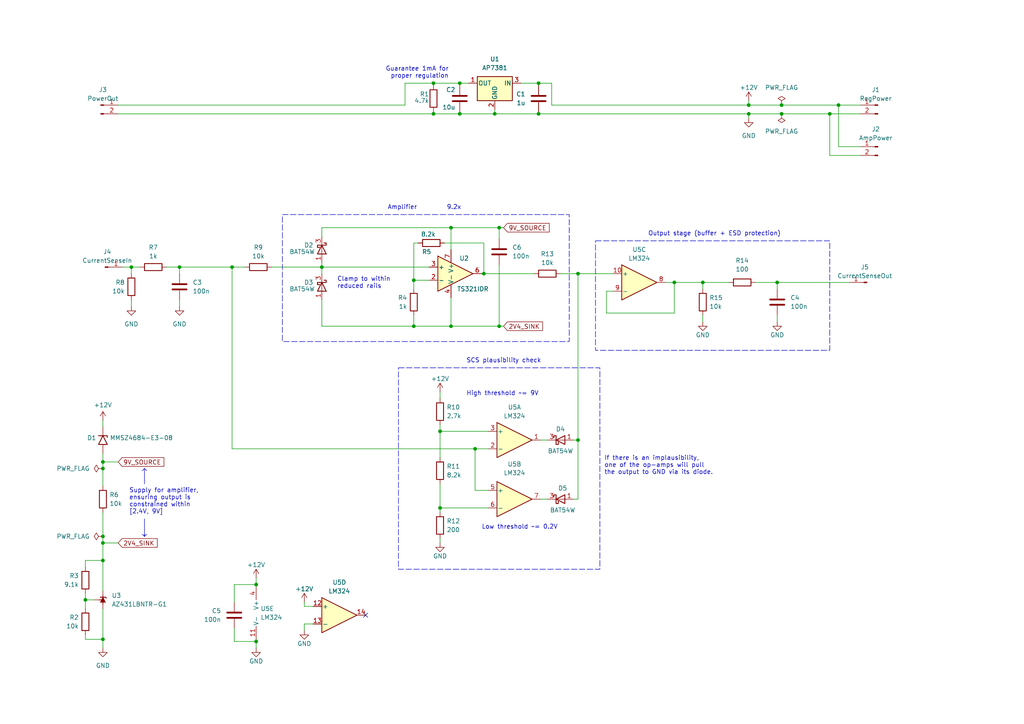
<source format=kicad_sch>
(kicad_sch (version 20230121) (generator eeschema)
  (paper "A4")
  (title_block (title "Current Sensor Amplifier") (date "2024-04-16") (rev "v1.1.0") (company "SUFST - Southampton University Formula Student Team") (comment 1 "STAG X") (comment 2 "Joe Pater"))
  (lib_symbols
    (symbol "Amplifier_Operational:LM324" (pin_names (offset 0.127))
      (property "Reference" "U" (at 0 5.08 0))
      (property "Value" "LM324" (at 0 -5.08 0))
      (symbol "LM324_1_1"
        (polyline (pts (xy -5.08 5.08) (xy 5.08 0) (xy -5.08 -5.08) (xy -5.08 5.08)) (stroke (width 0.254)) (fill (type background)))
        (pin output line (at 7.62 0 180) (length 2.54) (name "~") (number "1"))
        (pin input line (at -7.62 -2.54 0) (length 2.54) (name "-") (number "2"))
        (pin input line (at -7.62 2.54 0) (length 2.54) (name "+") (number "3"))
      )
      (symbol "LM324_2_1"
        (polyline (pts (xy -5.08 5.08) (xy 5.08 0) (xy -5.08 -5.08) (xy -5.08 5.08)) (stroke (width 0.254)) (fill (type background)))
        (pin input line (at -7.62 2.54 0) (length 2.54) (name "+") (number "5"))
        (pin input line (at -7.62 -2.54 0) (length 2.54) (name "-") (number "6"))
        (pin output line (at 7.62 0 180) (length 2.54) (name "~") (number "7"))
      )
      (symbol "LM324_3_1"
        (polyline (pts (xy -5.08 5.08) (xy 5.08 0) (xy -5.08 -5.08) (xy -5.08 5.08)) (stroke (width 0.254)) (fill (type background)))
        (pin input line (at -7.62 2.54 0) (length 2.54) (name "+") (number "10"))
        (pin output line (at 7.62 0 180) (length 2.54) (name "~") (number "8"))
        (pin input line (at -7.62 -2.54 0) (length 2.54) (name "-") (number "9"))
      )
      (symbol "LM324_4_1"
        (polyline (pts (xy -5.08 5.08) (xy 5.08 0) (xy -5.08 -5.08) (xy -5.08 5.08)) (stroke (width 0.254)) (fill (type background)))
        (pin input line (at -7.62 2.54 0) (length 2.54) (name "+") (number "12"))
        (pin input line (at -7.62 -2.54 0) (length 2.54) (name "-") (number "13"))
        (pin output line (at 7.62 0 180) (length 2.54) (name "~") (number "14"))
      )
      (symbol "LM324_5_1"
        (pin power_in line (at -2.54 -7.62 90) (length 3.81) (name "V-") (number "11"))
        (pin power_in line (at -2.54 7.62 270) (length 3.81) (name "V+") (number "4"))
      )
    )
    (symbol "Connector:Conn_01x01_Pin" (pin_names (offset 1.016) hide)
      (property "Reference" "J" (at 0 2.54 0))
      (property "Value" "Conn_01x01_Pin" (at 0 -2.54 0))
      (symbol "Conn_01x01_Pin_1_1"
        (polyline (pts (xy 1.27 0) (xy 0.8636 0)) (stroke (width 0.1524)))
        (rectangle (start 0.8636 0.127) (end 0 -0.127) (stroke (width 0.1524)) (fill (type outline)))
        (pin passive line (at 5.08 0 180) (length 3.81) (name "Pin_1") (number "1"))
      )
    )
    (symbol "Connector:Conn_01x02_Pin" (pin_names (offset 1.016) hide)
      (property "Reference" "J" (at 0 2.54 0))
      (property "Value" "Conn_01x02_Pin" (at 0 -5.08 0))
      (symbol "Conn_01x02_Pin_1_1"
        (polyline (pts (xy 1.27 -2.54) (xy 0.8636 -2.54)) (stroke (width 0.1524)))
        (polyline (pts (xy 1.27 0) (xy 0.8636 0)) (stroke (width 0.1524)))
        (rectangle (start 0.8636 -2.413) (end 0 -2.667) (stroke (width 0.1524)) (fill (type outline)))
        (rectangle (start 0.8636 0.127) (end 0 -0.127) (stroke (width 0.1524)) (fill (type outline)))
        (pin passive line (at 5.08 0 180) (length 3.81) (name "Pin_1") (number "1"))
        (pin passive line (at 5.08 -2.54 180) (length 3.81) (name "Pin_2") (number "2"))
      )
    )
    (symbol "Device:C" (pin_numbers hide) (pin_names (offset 0.254))
      (property "Reference" "C" (at 0.635 2.54 0))
      (property "Value" "C" (at 0.635 -2.54 0))
      (symbol "C_0_1"
        (polyline (pts (xy -2.032 -0.762) (xy 2.032 -0.762)) (stroke (width 0.508)))
        (polyline (pts (xy -2.032 0.762) (xy 2.032 0.762)) (stroke (width 0.508)))
      )
      (symbol "C_1_1"
        (pin passive line (at 0 3.81 270) (length 2.794) (name "~") (number "1"))
        (pin passive line (at 0 -3.81 90) (length 2.794) (name "~") (number "2"))
      )
    )
    (symbol "Device:R" (pin_numbers hide) (pin_names (offset 0))
      (property "Reference" "R" (at 2.032 0 90))
      (property "Value" "R" (at 0 0 90))
      (symbol "R_0_1"
        (rectangle (start -1.016 -2.54) (end 1.016 2.54) (stroke (width 0.254)))
      )
      (symbol "R_1_1"
        (pin passive line (at 0 3.81 270) (length 1.27) (name "~") (number "1"))
        (pin passive line (at 0 -3.81 90) (length 1.27) (name "~") (number "2"))
      )
    )
    (symbol "Diode:1N630xA" (pin_numbers hide) (pin_names (offset 1.016) hide)
      (property "Reference" "D" (at 0 2.54 0))
      (property "Value" "1N630xA" (at 0 -2.54 0))
      (symbol "1N630xA_0_1"
        (polyline (pts (xy -0.762 1.27) (xy -1.27 1.27) (xy -1.27 -1.27)) (stroke (width 0.254)))
        (polyline (pts (xy 1.27 1.27) (xy 1.27 -1.27) (xy -1.27 0) (xy 1.27 1.27)) (stroke (width 0.254)))
      )
      (symbol "1N630xA_1_1"
        (pin passive line (at -3.81 0 0) (length 2.54) (name "A1") (number "1"))
        (pin passive line (at 3.81 0 180) (length 2.54) (name "A2") (number "2"))
      )
    )
    (symbol "Diode:BAT54W" (pin_names (offset 1.016) hide)
      (property "Reference" "D" (at 0 2.54 0))
      (property "Value" "BAT54W" (at 0 -2.54 0))
      (symbol "BAT54W_0_1"
        (polyline (pts (xy 1.27 0) (xy -1.27 0)))
        (polyline (pts (xy 1.27 1.27) (xy 1.27 -1.27) (xy -1.27 0) (xy 1.27 1.27)) (stroke (width 0.254)))
        (polyline (pts (xy -1.905 0.635) (xy -1.905 1.27) (xy -1.27 1.27) (xy -1.27 -1.27) (xy -0.635 -1.27) (xy -0.635 -0.635)) (stroke (width 0.254)))
      )
      (symbol "BAT54W_1_1"
        (pin passive line (at 3.81 0 180) (length 2.54) (name "A") (number "1"))
        (pin no_connect line (at 0 0 90) (length 2.54) hide (name "NC") (number "2"))
        (pin passive line (at -3.81 0 0) (length 2.54) (name "K") (number "3"))
      )
    )
    (symbol "Regulator_Linear:L78L05_SOT89" (pin_names (offset 0.254))
      (property "Reference" "U" (at -3.81 3.175 0))
      (property "Value" "L78L05_SOT89" (at -0.635 3.175 0))
      (symbol "L78L05_SOT89_0_1"
        (rectangle (start -5.08 1.905) (end 5.08 -5.08) (stroke (width 0.254)) (fill (type background)))
      )
      (symbol "L78L05_SOT89_1_1"
        (pin power_out line (at 7.62 0 180) (length 2.54) (name "OUT") (number "1"))
        (pin power_in line (at 0 -7.62 90) (length 2.54) (name "GND") (number "2"))
        (pin power_in line (at -7.62 0 0) (length 2.54) (name "IN") (number "3"))
      )
    )
    (symbol "SUFST:AZ431LBNTR-G1" (pin_numbers hide) (pin_names hide)
      (property "Reference" "U" (at 0 -2.54 0))
      (property "Value" "AZ431LBNTR-G1" (at 0 -4.445 0))
      (symbol "AZ431LBNTR-G1_0_1"
        (polyline (pts (xy -1.27 0) (xy 0 0) (xy 1.27 0)))
        (polyline (pts (xy -0.762 0.762) (xy 0.762 0) (xy -0.762 -0.762)) (fill (type outline)))
        (polyline (pts (xy 0.508 -1.016) (xy 0.762 -0.762) (xy 0.762 0.762) (xy 0.762 0.762)) (stroke (width 0.254)))
      )
      (symbol "AZ431LBNTR-G1_1_1"
        (polyline (pts (xy 0 1.27) (xy 0 0)))
        (pin passive line (at 0 2.54 270) (length 2.54) (name "REF") (number "1"))
        (pin passive line (at 2.54 0 180) (length 2.54) (name "K") (number "2"))
        (pin passive line (at -2.54 0 0) (length 2.54) (name "A") (number "3"))
      )
    )
    (symbol "power:+12V" (power) (pin_names (offset 0))
      (property "Value" "+12V" (at 0 3.556 0))
      (symbol "+12V_0_1"
        (polyline (pts (xy -0.762 1.27) (xy 0 2.54)))
        (polyline (pts (xy 0 0) (xy 0 2.54)))
        (polyline (pts (xy 0 2.54) (xy 0.762 1.27)))
      )
      (symbol "+12V_1_1"
        (pin power_in line (at 0 0 90) (length 0) hide (name "+12V") (number "1"))
      )
    )
    (symbol "power:GND" (power) (pin_names (offset 0))
      (property "Value" "GND" (at 0 -3.81 0))
      (symbol "GND_0_1"
        (polyline (pts (xy 0 0) (xy 0 -1.27) (xy 1.27 -1.27) (xy 0 -2.54) (xy -1.27 -1.27) (xy 0 -1.27)))
      )
      (symbol "GND_1_1"
        (pin power_in line (at 0 0 270) (length 0) hide (name "GND") (number "1"))
      )
    )
    (symbol "power:PWR_FLAG" (power) (pin_numbers hide) (pin_names (offset 0) hide)
      (property "Value" "PWR_FLAG" (at 0 3.81 0))
      (symbol "PWR_FLAG_0_0"
        (pin power_out line (at 0 0 90) (length 0) (name "pwr") (number "1"))
      )
      (symbol "PWR_FLAG_0_1"
        (polyline (pts (xy 0 0) (xy 0 1.27) (xy -1.016 1.905) (xy 0 2.54) (xy 1.016 1.905) (xy 0 1.27)))
      )
    )
    (symbol "sufst:OP777" (pin_names (offset 0.127))
      (property "Reference" "U" (at 1.27 5.715 0))
      (property "Value" "OP777" (at 1.27 3.175 0))
      (symbol "OP777_0_1"
        (polyline (pts (xy -5.08 5.08) (xy 5.08 0) (xy -5.08 -5.08) (xy -5.08 5.08)) (stroke (width 0.254)) (fill (type background)))
      )
      (symbol "OP777_1_1"
        (pin no_connect line (at -2.54 -8.89 90) (length 5.08) hide (name "") (number "1"))
        (pin input line (at -7.62 -1.905 0) (length 2.54) (name "-") (number "2"))
        (pin input line (at -7.62 1.905 0) (length 2.54) (name "+") (number "3"))
        (pin power_in line (at -1.27 -6.985 90) (length 3.81) (name "V-") (number "4"))
        (pin no_connect line (at -2.54 6.35 270) (length 2.54) hide (name "NC") (number "5"))
        (pin output line (at 7.62 0 180) (length 2.54) (name "~") (number "6"))
        (pin power_in line (at -1.27 6.985 270) (length 3.81) (name "V+") (number "7"))
        (pin no_connect line (at 2.54 -7.62 90) (length 6.35) hide (name "") (number "8"))
      )
    )
  )
  (junction (at 38.1 77.47))
  (junction (at 243.205 30.48))
  (junction (at 125.73 24.13))
  (junction (at 137.795 130.175))
  (junction (at 67.31 77.47))
  (junction (at 127.635 125.095))
  (junction (at 195.58 81.915))
  (junction (at 167.64 127.635))
  (junction (at 203.835 81.915))
  (junction (at 217.17 33.02))
  (junction (at 93.345 77.47))
  (junction (at 74.295 186.055))
  (junction (at 29.845 185.42))
  (junction (at 143.51 33.02))
  (junction (at 29.845 155.575))
  (junction (at 167.64 79.375))
  (junction (at 74.295 169.545))
  (junction (at 156.21 33.02))
  (junction (at 240.665 33.02))
  (junction (at 120.015 81.28))
  (junction (at 24.765 173.99))
  (junction (at 29.845 135.89))
  (junction (at 144.78 94.615))
  (junction (at 133.35 24.13))
  (junction (at 140.335 79.375))
  (junction (at 125.73 33.02))
  (junction (at 226.695 30.48))
  (junction (at 127.635 147.32))
  (junction (at 29.845 157.48))
  (junction (at 130.81 94.615))
  (junction (at 144.78 66.04))
  (junction (at 29.845 133.985))
  (junction (at 133.35 33.02))
  (junction (at 156.21 24.13))
  (junction (at 217.17 30.48))
  (junction (at 226.695 33.02))
  (junction (at 52.07 77.47))
  (junction (at 225.425 81.915))
  (junction (at 120.015 94.615))
  (junction (at 130.81 66.04))
  (junction (at 29.845 162.56))
  (no_connect (at 106.045 178.435))
  (wire (pts (xy 29.845 157.48) (xy 29.845 162.56)))
  (wire (pts (xy 160.02 30.48) (xy 217.17 30.48)))
  (wire (pts (xy 195.58 81.915) (xy 193.04 81.915)))
  (wire (pts (xy 141.605 130.175) (xy 137.795 130.175)))
  (wire (pts (xy 24.765 173.99) (xy 24.765 176.53)))
  (wire (pts (xy 67.31 130.175) (xy 137.795 130.175)))
  (wire (pts (xy 243.205 30.48) (xy 249.555 30.48)))
  (wire (pts (xy 133.35 24.13) (xy 133.35 24.765)))
  (wire (pts (xy 29.845 121.92) (xy 29.845 123.825)))
  (wire (pts (xy 48.26 77.47) (xy 52.07 77.47)))
  (wire (pts (xy 156.21 24.13) (xy 160.02 24.13)))
  (wire (pts (xy 24.765 162.56) (xy 29.845 162.56)))
  (wire (pts (xy 166.37 127.635) (xy 167.64 127.635)))
  (wire (pts (xy 93.345 94.615) (xy 93.345 86.995)))
  (wire (pts (xy 67.945 174.625) (xy 67.945 169.545)))
  (wire (pts (xy 217.17 33.02) (xy 217.17 34.29)))
  (wire (pts (xy 29.845 176.53) (xy 29.845 185.42)))
  (wire (pts (xy 117.475 30.48) (xy 34.29 30.48)))
  (wire (pts (xy 140.335 79.375) (xy 154.94 79.375)))
  (wire (pts (xy 130.81 86.36) (xy 130.81 94.615)))
  (wire (pts (xy 225.425 91.44) (xy 225.425 93.345)))
  (wire (pts (xy 120.015 94.615) (xy 130.81 94.615)))
  (wire (pts (xy 156.845 127.635) (xy 158.75 127.635)))
  (wire (pts (xy 67.945 182.245) (xy 67.945 186.055)))
  (wire (pts (xy 128.905 70.485) (xy 140.335 70.485)))
  (wire (pts (xy 127.635 125.095) (xy 141.605 125.095)))
  (wire (pts (xy 160.02 30.48) (xy 160.02 24.13)))
  (wire (pts (xy 125.73 24.13) (xy 125.73 24.765)))
  (wire (pts (xy 125.73 33.02) (xy 34.29 33.02)))
  (wire (pts (xy 177.8 84.455) (xy 175.895 84.455)))
  (wire (pts (xy 24.765 172.085) (xy 24.765 173.99)))
  (polyline (pts (xy 41.275 136.525) (xy 41.91 135.89)))
  (wire (pts (xy 156.21 33.02) (xy 217.17 33.02)))
  (wire (pts (xy 127.635 156.21) (xy 127.635 157.48)))
  (wire (pts (xy 144.78 66.04) (xy 130.81 66.04)))
  (wire (pts (xy 127.635 123.19) (xy 127.635 125.095)))
  (wire (pts (xy 127.635 125.095) (xy 127.635 132.715)))
  (wire (pts (xy 38.1 77.47) (xy 38.1 79.375)))
  (polyline (pts (xy 41.91 155.575) (xy 41.91 154.94)))
  (wire (pts (xy 24.765 173.99) (xy 27.305 173.99)))
  (wire (pts (xy 74.295 185.42) (xy 74.295 186.055)))
  (wire (pts (xy 88.265 182.88) (xy 88.265 180.975)))
  (wire (pts (xy 156.21 32.385) (xy 156.21 33.02)))
  (wire (pts (xy 137.795 130.175) (xy 137.795 142.24)))
  (wire (pts (xy 67.31 77.47) (xy 71.12 77.47)))
  (wire (pts (xy 120.015 94.615) (xy 93.345 94.615)))
  (wire (pts (xy 35.56 77.47) (xy 38.1 77.47)))
  (wire (pts (xy 24.765 164.465) (xy 24.765 162.56)))
  (wire (pts (xy 29.845 148.59) (xy 29.845 155.575)))
  (wire (pts (xy 133.35 32.385) (xy 133.35 33.02)))
  (wire (pts (xy 203.835 91.44) (xy 203.835 93.345)))
  (wire (pts (xy 74.295 169.545) (xy 74.295 170.18)))
  (wire (pts (xy 151.13 24.13) (xy 156.21 24.13)))
  (wire (pts (xy 120.015 81.28) (xy 120.015 83.82)))
  (wire (pts (xy 29.845 133.985) (xy 29.845 135.89)))
  (wire (pts (xy 117.475 24.13) (xy 117.475 30.48)))
  (wire (pts (xy 127.635 147.32) (xy 141.605 147.32)))
  (wire (pts (xy 249.555 33.02) (xy 240.665 33.02)))
  (wire (pts (xy 88.265 175.895) (xy 88.265 174.625)))
  (wire (pts (xy 130.81 66.04) (xy 130.81 72.39)))
  (wire (pts (xy 127.635 140.335) (xy 127.635 147.32)))
  (wire (pts (xy 144.78 76.835) (xy 144.78 94.615)))
  (wire (pts (xy 135.89 24.13) (xy 133.35 24.13)))
  (wire (pts (xy 29.845 162.56) (xy 29.845 171.45)))
  (wire (pts (xy 217.17 30.48) (xy 226.695 30.48)))
  (wire (pts (xy 67.945 186.055) (xy 74.295 186.055)))
  (wire (pts (xy 217.17 29.21) (xy 217.17 30.48)))
  (wire (pts (xy 175.895 90.805) (xy 195.58 90.805)))
  (wire (pts (xy 90.805 175.895) (xy 88.265 175.895)))
  (wire (pts (xy 34.29 157.48) (xy 29.845 157.48)))
  (wire (pts (xy 93.345 77.47) (xy 93.345 76.2)))
  (wire (pts (xy 167.64 79.375) (xy 167.64 127.635)))
  (wire (pts (xy 52.07 77.47) (xy 67.31 77.47)))
  (wire (pts (xy 219.075 81.915) (xy 225.425 81.915)))
  (wire (pts (xy 146.05 66.04) (xy 144.78 66.04)))
  (wire (pts (xy 137.795 142.24) (xy 141.605 142.24)))
  (wire (pts (xy 38.1 86.995) (xy 38.1 88.9)))
  (wire (pts (xy 158.75 144.78) (xy 156.845 144.78)))
  (polyline (pts (xy 41.91 135.89) (xy 41.91 140.335)))
  (wire (pts (xy 240.665 45.085) (xy 249.555 45.085)))
  (wire (pts (xy 52.07 77.47) (xy 52.07 79.375)))
  (wire (pts (xy 144.78 66.04) (xy 144.78 69.215)))
  (polyline (pts (xy 41.91 155.575) (xy 42.545 154.94)))
  (wire (pts (xy 67.31 130.175) (xy 67.31 77.47)))
  (wire (pts (xy 52.07 86.995) (xy 52.07 88.9)))
  (wire (pts (xy 127.635 147.32) (xy 127.635 148.59)))
  (wire (pts (xy 133.35 33.02) (xy 143.51 33.02)))
  (wire (pts (xy 144.78 94.615) (xy 146.05 94.615)))
  (wire (pts (xy 74.295 167.64) (xy 74.295 169.545)))
  (wire (pts (xy 225.425 81.915) (xy 225.425 83.82)))
  (wire (pts (xy 203.835 81.915) (xy 211.455 81.915)))
  (polyline (pts (xy 41.91 135.89) (xy 42.545 136.525)))
  (wire (pts (xy 29.845 185.42) (xy 24.765 185.42)))
  (wire (pts (xy 125.73 32.385) (xy 125.73 33.02)))
  (wire (pts (xy 217.17 33.02) (xy 226.695 33.02)))
  (wire (pts (xy 195.58 81.915) (xy 203.835 81.915)))
  (wire (pts (xy 74.295 186.055) (xy 74.295 187.96)))
  (wire (pts (xy 140.335 70.485) (xy 140.335 79.375)))
  (wire (pts (xy 120.015 81.28) (xy 124.46 81.28)))
  (wire (pts (xy 67.945 169.545) (xy 74.295 169.545)))
  (wire (pts (xy 156.21 24.13) (xy 156.21 24.765)))
  (wire (pts (xy 29.845 155.575) (xy 29.845 157.48)))
  (wire (pts (xy 120.015 70.485) (xy 120.015 81.28)))
  (wire (pts (xy 93.345 77.47) (xy 124.46 77.47)))
  (wire (pts (xy 140.335 79.375) (xy 139.7 79.375)))
  (wire (pts (xy 29.845 185.42) (xy 29.845 187.96)))
  (wire (pts (xy 133.35 24.13) (xy 125.73 24.13)))
  (wire (pts (xy 162.56 79.375) (xy 167.64 79.375)))
  (wire (pts (xy 226.695 30.48) (xy 243.205 30.48)))
  (wire (pts (xy 125.73 24.13) (xy 117.475 24.13)))
  (wire (pts (xy 143.51 33.02) (xy 156.21 33.02)))
  (wire (pts (xy 133.35 33.02) (xy 125.73 33.02)))
  (wire (pts (xy 127.635 113.665) (xy 127.635 115.57)))
  (wire (pts (xy 93.345 66.04) (xy 93.345 68.58)))
  (wire (pts (xy 167.64 127.635) (xy 167.64 144.78)))
  (wire (pts (xy 175.895 84.455) (xy 175.895 90.805)))
  (wire (pts (xy 29.845 131.445) (xy 29.845 133.985)))
  (wire (pts (xy 29.845 133.985) (xy 34.29 133.985)))
  (wire (pts (xy 143.51 31.75) (xy 143.51 33.02)))
  (wire (pts (xy 120.015 70.485) (xy 121.285 70.485)))
  (wire (pts (xy 29.845 135.89) (xy 29.845 140.97)))
  (wire (pts (xy 130.81 94.615) (xy 144.78 94.615)))
  (wire (pts (xy 130.81 66.04) (xy 93.345 66.04)))
  (wire (pts (xy 195.58 90.805) (xy 195.58 81.915)))
  (wire (pts (xy 24.765 185.42) (xy 24.765 184.15)))
  (wire (pts (xy 38.1 77.47) (xy 40.64 77.47)))
  (wire (pts (xy 226.695 33.02) (xy 240.665 33.02)))
  (wire (pts (xy 88.265 180.975) (xy 90.805 180.975)))
  (wire (pts (xy 78.74 77.47) (xy 93.345 77.47)))
  (polyline (pts (xy 41.275 154.94) (xy 41.91 155.575)))
  (wire (pts (xy 240.665 33.02) (xy 240.665 45.085)))
  (wire (pts (xy 249.555 42.545) (xy 243.205 42.545)))
  (wire (pts (xy 167.64 79.375) (xy 177.8 79.375)))
  (wire (pts (xy 167.64 144.78) (xy 166.37 144.78)))
  (polyline (pts (xy 41.91 150.495) (xy 41.91 155.575)))
  (wire (pts (xy 120.015 91.44) (xy 120.015 94.615)))
  (wire (pts (xy 203.835 81.915) (xy 203.835 83.82)))
  (wire (pts (xy 225.425 81.915) (xy 246.38 81.915)))
  (wire (pts (xy 243.205 42.545) (xy 243.205 30.48)))
  (wire (pts (xy 93.345 79.375) (xy 93.345 77.47)))
  (rectangle (start 81.915 62.23) (end 165.1 99.06) (stroke (width 0) (type dash)))
  (rectangle (start 115.57 106.68) (end 173.99 165.1) (stroke (width 0) (type dash)))
  (rectangle (start 172.72 69.85) (end 240.665 101.6) (stroke (width 0) (type dash)))
  (text "9.2x" (at 129.54 60.96 0) (effects (font (size 1.27 1.27)) (justify left bottom)))
  (text "Low threshold ~= 0.2V" (at 139.7 153.67 0) (effects (font (size 1.27 1.27)) (justify left bottom)))
  (text "Output stage (buffer + ESD protection)" (at 187.96 68.58 0) (effects (font (size 1.27 1.27)) (justify left bottom)))
  (text "Clamp to within\nreduced rails" (at 97.79 83.82 0) (effects (font (size 1.27 1.27)) (justify left bottom)))
  (text "Guarantee 1mA for\nproper regulation" (at 130.175 22.86 0) (effects (font (size 1.27 1.27)) (justify right bottom)))
  (text "If there is an implausibility,\none of the op-amps will pull\nthe output to GND via its diode." (at 175.26 137.795 0) (effects (font (size 1.27 1.27)) (justify left bottom)))
  (text "Amplifier" (at 112.395 60.96 0) (effects (font (size 1.27 1.27)) (justify left bottom)))
  (text "SCS plausibility check" (at 135.255 105.41 0) (effects (font (size 1.27 1.27)) (justify left bottom)))
  (text "High threshold ~= 9V" (at 135.255 114.935 0) (effects (font (size 1.27 1.27)) (justify left bottom)))
  (text "Supply for amplifier,\nensuring output is\nconstrained within\n[2.4V, 9V]" (at 37.465 149.225 0) (effects (font (size 1.27 1.27)) (justify left bottom)))
  (global_label "9V_SOURCE" (shape input) (at 146.05 66.04 0) (property "Intersheetrefs" "${INTERSHEET_REFS}" (effects hide)))
  (global_label "2V4_SINK" (shape input) (at 34.29 157.48 0) (property "Intersheetrefs" "${INTERSHEET_REFS}" (effects hide)))
  (global_label "9V_SOURCE" (shape input) (at 34.29 133.985 0) (property "Intersheetrefs" "${INTERSHEET_REFS}" (effects hide)))
  (global_label "2V4_SINK" (shape input) (at 146.05 94.615 0) (property "Intersheetrefs" "${INTERSHEET_REFS}" (effects hide)))
  (symbol (lib_id "power:+12V") (at 217.17 29.21 0) (unit 1)
    (property "Reference" "#PWR013" (effects hide))
    (property "Value" "+12V" (at 217.17 25.4 0))
  )
  (symbol (lib_id "power:GND") (at 225.425 93.345 0) (unit 1)
    (property "Reference" "#PWR07" (effects hide))
    (property "Value" "GND" (at 225.425 97.155 0))
  )
  (symbol (lib_id "Device:R") (at 24.765 168.275 0) (unit 1)
    (property "Reference" "R3" (at 22.86 167.005 0) (effects (justify right)))
    (property "Value" "9.1k" (at 22.86 169.545 0) (effects (justify right)))
    (property "Footprint" "Resistor_SMD:R_0805_2012Metric_Pad1.20x1.40mm_HandSolder" (effects hide))
  )
  (symbol (lib_id "Device:C") (at 133.35 28.575 0) (mirror y) (unit 1)
    (property "Reference" "C2" (at 132.08 26.035 0) (effects (justify left)))
    (property "Value" "10u" (at 132.08 31.115 0) (effects (justify left)))
    (property "Footprint" "Capacitor_SMD:C_0805_2012Metric_Pad1.18x1.45mm_HandSolder" (effects hide))
  )
  (symbol (lib_id "power:GND") (at 38.1 88.9 0) (unit 1)
    (property "Reference" "#PWR03" (effects hide))
    (property "Value" "GND" (at 38.1 93.98 0))
  )
  (symbol (lib_id "Diode:BAT54W") (at 93.345 83.185 270) (unit 1)
    (property "Reference" "D3" (at 89.535 81.915 90))
    (property "Value" "BAT54W" (at 87.63 83.82 90))
    (property "Footprint" "Package_TO_SOT_SMD:SOT-323_SC-70" (effects hide))
    (property "Datasheet" "https://assets.nexperia.com/documents/data-sheet/BAT54W_SER.pdf" (effects hide))
    (property "Supplier" "Mouser" (effects hide))
    (property "Order Code" "771-BAT54W-T/R" (effects hide))
  )
  (symbol (lib_id "Device:R") (at 127.635 136.525 0) (unit 1)
    (property "Reference" "R11" (at 129.54 135.255 0) (effects (justify left)))
    (property "Value" "8.2k" (at 129.54 137.795 0) (effects (justify left)))
    (property "Footprint" "Resistor_SMD:R_0805_2012Metric_Pad1.20x1.40mm_HandSolder" (effects hide))
  )
  (symbol (lib_id "Device:R") (at 38.1 83.185 0) (mirror x) (unit 1)
    (property "Reference" "R8" (at 36.195 81.915 0) (effects (justify right)))
    (property "Value" "10k" (at 36.195 84.455 0) (effects (justify right)))
    (property "Footprint" "Resistor_SMD:R_0805_2012Metric_Pad1.20x1.40mm_HandSolder" (effects hide))
  )
  (symbol (lib_id "Device:R") (at 215.265 81.915 90) (unit 1)
    (property "Reference" "R14" (at 215.265 75.565 90))
    (property "Value" "100" (at 215.265 78.105 90))
    (property "Footprint" "Resistor_SMD:R_0805_2012Metric_Pad1.20x1.40mm_HandSolder" (effects hide))
  )
  (symbol (lib_id "power:+12V") (at 88.265 174.625 0) (unit 1)
    (property "Reference" "#PWR011" (effects hide))
    (property "Value" "+12V" (at 88.265 170.815 0))
  )
  (symbol (lib_id "Connector:Conn_01x01_Pin") (at 251.46 81.915 180) (unit 1)
    (property "Reference" "J5" (at 250.825 77.47 0))
    (property "Value" "CurrentSenseOut" (at 250.825 80.01 0))
    (property "Footprint" "Connector_PinHeader_2.54mm:PinHeader_1x01_P2.54mm_Vertical" (effects hide))
  )
  (symbol (lib_id "power:GND") (at 203.835 93.345 0) (unit 1)
    (property "Reference" "#PWR010" (effects hide))
    (property "Value" "GND" (at 203.835 97.155 0))
  )
  (symbol (lib_id "Device:R") (at 74.93 77.47 90) (unit 1)
    (property "Reference" "R9" (at 74.93 71.755 90))
    (property "Value" "10k" (at 74.93 74.295 90))
    (property "Footprint" "Resistor_SMD:R_0805_2012Metric_Pad1.20x1.40mm_HandSolder" (effects hide))
  )
  (symbol (lib_id "Diode:BAT54W") (at 162.56 144.78 0) (unit 1)
    (property "Reference" "D5" (at 163.195 141.605 0))
    (property "Value" "BAT54W" (at 163.195 147.955 0))
    (property "Footprint" "Package_TO_SOT_SMD:SOT-323_SC-70" (effects hide))
    (property "Datasheet" "https://assets.nexperia.com/documents/data-sheet/BAT54W_SER.pdf" (effects hide))
    (property "Supplier" "Mouser" (effects hide))
    (property "Order Code" "771-BAT54W-T/R" (effects hide))
  )
  (symbol (lib_id "Device:C") (at 67.945 178.435 0) (mirror y) (unit 1)
    (property "Reference" "C5" (at 64.135 177.165 0) (effects (justify left)))
    (property "Value" "100n" (at 64.135 179.705 0) (effects (justify left)))
    (property "Footprint" "Capacitor_SMD:C_0805_2012Metric_Pad1.18x1.45mm_HandSolder" (effects hide))
  )
  (symbol (lib_id "Device:R") (at 44.45 77.47 90) (unit 1)
    (property "Reference" "R7" (at 44.45 71.755 90))
    (property "Value" "1k" (at 44.45 74.295 90))
    (property "Footprint" "Resistor_SMD:R_0805_2012Metric_Pad1.20x1.40mm_HandSolder" (effects hide))
  )
  (symbol (lib_id "sufst:OP777") (at 132.08 79.375 0) (unit 1)
    (property "Reference" "U2" (at 134.62 74.93 0))
    (property "Value" "TS321IDR" (at 137.16 83.82 0))
    (property "Footprint" "Package_SO:SOIC-8_3.9x4.9mm_P1.27mm" (effects hide))
  )
  (symbol (lib_id "Connector:Conn_01x02_Pin") (at 254.635 30.48 0) (mirror y) (unit 1)
    (property "Reference" "J1" (at 254 26.035 0))
    (property "Value" "RegPower" (at 254 28.575 0))
    (property "Footprint" "Connector_PinHeader_2.54mm:PinHeader_1x02_P2.54mm_Vertical" (effects hide))
  )
  (symbol (lib_id "Diode:BAT54W") (at 93.345 72.39 270) (unit 1)
    (property "Reference" "D2" (at 89.535 71.12 90))
    (property "Value" "BAT54W" (at 87.63 73.025 90))
    (property "Footprint" "Package_TO_SOT_SMD:SOT-323_SC-70" (effects hide))
    (property "Datasheet" "https://assets.nexperia.com/documents/data-sheet/BAT54W_SER.pdf" (effects hide))
    (property "Supplier" "Mouser" (effects hide))
    (property "Order Code" "771-BAT54W-T/R" (effects hide))
  )
  (symbol (lib_id "Amplifier_Operational:LM324") (at 149.225 144.78 0) (unit 2)
    (property "Reference" "U5" (at 149.225 134.62 0))
    (property "Value" "LM324" (at 149.225 137.16 0))
    (property "Footprint" "Package_SO:SOIC-14_3.9x8.7mm_P1.27mm" (effects hide))
    (property "Datasheet" "http://www.ti.com/lit/ds/symlink/lm2902-n.pdf" (effects hide))
  )
  (symbol (lib_id "Device:R") (at 125.73 28.575 0) (mirror y) (unit 1)
    (property "Reference" "R1" (at 124.46 27.305 0) (effects (justify left)))
    (property "Value" "4.7k" (at 124.46 29.21 0) (effects (justify left)))
    (property "Footprint" "Resistor_SMD:R_0805_2012Metric_Pad1.20x1.40mm_HandSolder" (effects hide))
  )
  (symbol (lib_id "power:+12V") (at 29.845 121.92 0) (unit 1)
    (property "Reference" "#PWR02" (effects hide))
    (property "Value" "+12V" (at 29.845 117.475 0))
  )
  (symbol (lib_id "Amplifier_Operational:LM324") (at 149.225 127.635 0) (unit 1)
    (property "Reference" "U5" (at 149.225 118.11 0))
    (property "Value" "LM324" (at 149.225 120.65 0))
    (property "Footprint" "Package_SO:SOIC-14_3.9x8.7mm_P1.27mm" (effects hide))
    (property "Datasheet" "http://www.ti.com/lit/ds/symlink/lm2902-n.pdf" (effects hide))
  )
  (symbol (lib_id "Diode:BAT54W") (at 162.56 127.635 0) (unit 1)
    (property "Reference" "D4" (at 162.56 124.46 0))
    (property "Value" "BAT54W" (at 162.56 130.81 0))
    (property "Footprint" "Package_TO_SOT_SMD:SOT-323_SC-70" (effects hide))
    (property "Datasheet" "https://assets.nexperia.com/documents/data-sheet/BAT54W_SER.pdf" (effects hide))
    (property "Supplier" "Mouser" (effects hide))
    (property "Order Code" "771-BAT54W-T/R" (effects hide))
  )
  (symbol (lib_id "Connector:Conn_01x01_Pin") (at 30.48 77.47 0) (unit 1)
    (property "Reference" "J4" (at 31.115 73.025 0))
    (property "Value" "CurrentSenseIn" (at 31.115 75.565 0))
    (property "Footprint" "Connector_PinHeader_2.54mm:PinHeader_1x01_P2.54mm_Vertical" (effects hide))
  )
  (symbol (lib_id "Device:R") (at 24.765 180.34 0) (unit 1)
    (property "Reference" "R2" (at 22.86 179.07 0) (effects (justify right)))
    (property "Value" "10k" (at 22.86 181.61 0) (effects (justify right)))
    (property "Footprint" "Resistor_SMD:R_0805_2012Metric_Pad1.20x1.40mm_HandSolder" (effects hide))
  )
  (symbol (lib_id "power:PWR_FLAG") (at 226.695 30.48 0) (unit 1)
    (property "Reference" "#FLG01" (effects hide))
    (property "Value" "PWR_FLAG" (at 226.695 25.4 0))
  )
  (symbol (lib_id "power:GND") (at 88.265 182.88 0) (unit 1)
    (property "Reference" "#PWR012" (effects hide))
    (property "Value" "GND" (at 88.265 186.69 0))
  )
  (symbol (lib_id "power:PWR_FLAG") (at 29.845 135.89 90) (unit 1)
    (property "Reference" "#FLG03" (effects hide))
    (property "Value" "PWR_FLAG" (at 26.035 135.89 90) (effects (justify left)))
  )
  (symbol (lib_id "power:+12V") (at 74.295 167.64 0) (unit 1)
    (property "Reference" "#PWR08" (effects hide))
    (property "Value" "+12V" (at 74.295 163.83 0))
  )
  (symbol (lib_id "power:PWR_FLAG") (at 226.695 33.02 180) (unit 1)
    (property "Reference" "#FLG02" (effects hide))
    (property "Value" "PWR_FLAG" (at 226.695 38.1 0))
  )
  (symbol (lib_id "Device:R") (at 158.75 79.375 90) (unit 1)
    (property "Reference" "R13" (at 158.75 73.66 90))
    (property "Value" "10k" (at 158.75 76.2 90))
    (property "Footprint" "Resistor_SMD:R_0805_2012Metric_Pad1.20x1.40mm_HandSolder" (effects hide))
  )
  (symbol (lib_id "power:GND") (at 74.295 187.96 0) (unit 1)
    (property "Reference" "#PWR09" (effects hide))
    (property "Value" "GND" (at 74.295 191.77 0))
  )
  (symbol (lib_id "power:+12V") (at 127.635 113.665 0) (unit 1)
    (property "Reference" "#PWR05" (effects hide))
    (property "Value" "+12V" (at 127.635 109.855 0))
  )
  (symbol (lib_id "Device:C") (at 144.78 73.025 0) (unit 1)
    (property "Reference" "C6" (at 148.59 71.755 0) (effects (justify left)))
    (property "Value" "100n" (at 148.59 74.295 0) (effects (justify left)))
    (property "Footprint" "Capacitor_SMD:C_0805_2012Metric_Pad1.18x1.45mm_HandSolder" (effects hide))
  )
  (symbol (lib_id "Device:R") (at 29.845 144.78 0) (unit 1)
    (property "Reference" "R6" (at 31.75 143.51 0) (effects (justify left)))
    (property "Value" "10k" (at 31.75 146.05 0) (effects (justify left)))
    (property "Footprint" "Resistor_SMD:R_0805_2012Metric_Pad1.20x1.40mm_HandSolder" (effects hide))
  )
  (symbol (lib_id "Device:R") (at 203.835 87.63 180) (unit 1)
    (property "Reference" "R15" (at 205.74 86.36 0) (effects (justify right)))
    (property "Value" "10k" (at 205.74 88.9 0) (effects (justify right)))
    (property "Footprint" "Resistor_SMD:R_0805_2012Metric_Pad1.20x1.40mm_HandSolder" (effects hide))
  )
  (symbol (lib_id "Device:C") (at 225.425 87.63 0) (unit 1)
    (property "Reference" "C4" (at 229.235 86.36 0) (effects (justify left)))
    (property "Value" "100n" (at 229.235 88.9 0) (effects (justify left)))
    (property "Footprint" "Capacitor_SMD:C_0805_2012Metric_Pad1.18x1.45mm_HandSolder" (effects hide))
  )
  (symbol (lib_id "SUFST:AZ431LBNTR-G1") (at 29.845 173.99 90) (unit 1)
    (property "Reference" "U3" (at 32.385 172.72 90) (effects (justify right)))
    (property "Value" "AZ431LBNTR-G1" (at 32.385 175.26 90) (effects (justify right)))
    (property "Footprint" "Package_TO_SOT_SMD:SOT-23_Handsoldering" (effects hide))
    (property "Datasheet" "https://4donline.ihs.com/images/VipMasterIC/IC/DIOD/DIOD-S-A0004514336/DIOD-S-A0004514336-1.pdf" (effects hide))
    (property "Order Code" "621-AZ431LBNTR-G1 " (effects hide))
    (property "Supplier" "Mouser" (effects hide))
  )
  (symbol (lib_id "Amplifier_Operational:LM324") (at 98.425 178.435 0) (unit 4)
    (property "Reference" "U5" (at 98.425 168.91 0))
    (property "Value" "LM324" (at 98.425 171.45 0))
    (property "Footprint" "Package_SO:SOIC-14_3.9x8.7mm_P1.27mm" (effects hide))
    (property "Datasheet" "http://www.ti.com/lit/ds/symlink/lm2902-n.pdf" (effects hide))
  )
  (symbol (lib_id "Device:C") (at 52.07 83.185 0) (unit 1)
    (property "Reference" "C3" (at 55.88 81.915 0) (effects (justify left)))
    (property "Value" "100n" (at 55.88 84.455 0) (effects (justify left)))
    (property "Footprint" "Capacitor_SMD:C_0805_2012Metric_Pad1.18x1.45mm_HandSolder" (effects hide))
  )
  (symbol (lib_id "power:GND") (at 52.07 88.9 0) (unit 1)
    (property "Reference" "#PWR04" (effects hide))
    (property "Value" "GND" (at 52.07 93.98 0))
  )
  (symbol (lib_id "Device:R") (at 127.635 152.4 0) (unit 1)
    (property "Reference" "R12" (at 129.54 151.13 0) (effects (justify left)))
    (property "Value" "200" (at 129.54 153.67 0) (effects (justify left)))
    (property "Footprint" "Resistor_SMD:R_0805_2012Metric_Pad1.20x1.40mm_HandSolder" (effects hide))
  )
  (symbol (lib_id "Connector:Conn_01x02_Pin") (at 29.21 30.48 0) (unit 1)
    (property "Reference" "J3" (at 29.845 26.035 0))
    (property "Value" "PowerOut" (at 29.845 28.575 0))
    (property "Footprint" "Connector_PinHeader_2.54mm:PinHeader_1x02_P2.54mm_Vertical" (effects hide))
  )
  (symbol (lib_id "Device:R") (at 127.635 119.38 0) (unit 1)
    (property "Reference" "R10" (at 129.54 118.11 0) (effects (justify left)))
    (property "Value" "2.7k" (at 129.54 120.65 0) (effects (justify left)))
    (property "Footprint" "Resistor_SMD:R_0805_2012Metric_Pad1.20x1.40mm_HandSolder" (effects hide))
  )
  (symbol (lib_id "Connector:Conn_01x02_Pin") (at 254.635 42.545 0) (mirror y) (unit 1)
    (property "Reference" "J2" (at 254 37.465 0))
    (property "Value" "AmpPower" (at 254 40.005 0))
    (property "Footprint" "Connector_PinHeader_2.54mm:PinHeader_1x02_P2.54mm_Vertical" (effects hide))
  )
  (symbol (lib_id "Device:R") (at 125.095 70.485 270) (unit 1)
    (property "Reference" "R5" (at 125.095 73.025 90) (effects (justify right)))
    (property "Value" "8.2k" (at 126.365 67.945 90) (effects (justify right)))
    (property "Footprint" "Resistor_SMD:R_0805_2012Metric_Pad1.20x1.40mm_HandSolder" (effects hide))
  )
  (symbol (lib_id "Amplifier_Operational:LM324") (at 76.835 177.8 0) (unit 5)
    (property "Reference" "U5" (at 75.565 176.53 0) (effects (justify left)))
    (property "Value" "LM324" (at 75.565 179.07 0) (effects (justify left)))
    (property "Footprint" "Package_SO:SOIC-14_3.9x8.7mm_P1.27mm" (effects hide))
    (property "Datasheet" "http://www.ti.com/lit/ds/symlink/lm2902-n.pdf" (effects hide))
  )
  (symbol (lib_id "Regulator_Linear:L78L05_SOT89") (at 143.51 24.13 0) (mirror y) (unit 1)
    (property "Reference" "U1" (at 143.51 17.145 0))
    (property "Value" "AP7381" (at 143.51 19.685 0))
    (property "Footprint" "Package_TO_SOT_SMD:SOT-89-3" (effects hide))
  )
  (symbol (lib_id "power:GND") (at 127.635 157.48 0) (unit 1)
    (property "Reference" "#PWR06" (effects hide))
    (property "Value" "GND" (at 127.635 161.29 0))
  )
  (symbol (lib_id "Amplifier_Operational:LM324") (at 185.42 81.915 0) (unit 3)
    (property "Reference" "U5" (at 185.42 72.39 0))
    (property "Value" "LM324" (at 185.42 74.93 0))
    (property "Footprint" "Package_SO:SOIC-14_3.9x8.7mm_P1.27mm" (effects hide))
    (property "Datasheet" "http://www.ti.com/lit/ds/symlink/lm2902-n.pdf" (effects hide))
  )
  (symbol (lib_id "power:GND") (at 29.845 187.96 0) (unit 1)
    (property "Reference" "#PWR01" (effects hide))
    (property "Value" "GND" (at 29.845 193.04 0))
  )
  (symbol (lib_id "power:PWR_FLAG") (at 29.845 155.575 90) (unit 1)
    (property "Reference" "#FLG04" (effects hide))
    (property "Value" "PWR_FLAG" (at 26.035 155.575 90) (effects (justify left)))
  )
  (symbol (lib_id "power:GND") (at 217.17 34.29 0) (unit 1)
    (property "Reference" "#PWR014" (effects hide))
    (property "Value" "GND" (at 217.17 39.37 0))
  )
  (symbol (lib_id "Device:R") (at 120.015 87.63 0) (unit 1)
    (property "Reference" "R4" (at 118.11 86.36 0) (effects (justify right)))
    (property "Value" "1k" (at 118.11 88.9 0) (effects (justify right)))
    (property "Footprint" "Resistor_SMD:R_0805_2012Metric_Pad1.20x1.40mm_HandSolder" (effects hide))
  )
  (symbol (lib_id "Device:C") (at 156.21 28.575 0) (mirror y) (unit 1)
    (property "Reference" "C1" (at 152.4 27.305 0) (effects (justify left)))
    (property "Value" "1u" (at 152.4 29.845 0) (effects (justify left)))
    (property "Footprint" "Capacitor_SMD:C_0805_2012Metric_Pad1.18x1.45mm_HandSolder" (effects hide))
  )
  (symbol (lib_id "Diode:1N630xA") (at 29.845 127.635 270) (unit 1)
    (property "Reference" "D1" (at 27.94 127 90) (effects (justify right)))
    (property "Value" "MMSZ4684-E3-08" (at 50.165 127 90) (effects (justify right)))
    (property "Footprint" "Diode_SMD:D_SOD-123" (effects hide))
    (property "Order Code" "78-MMSZ4684-E3-08" (effects hide))
    (property "Supplier" "Mouser" (effects hide))
  )
)
</source>
